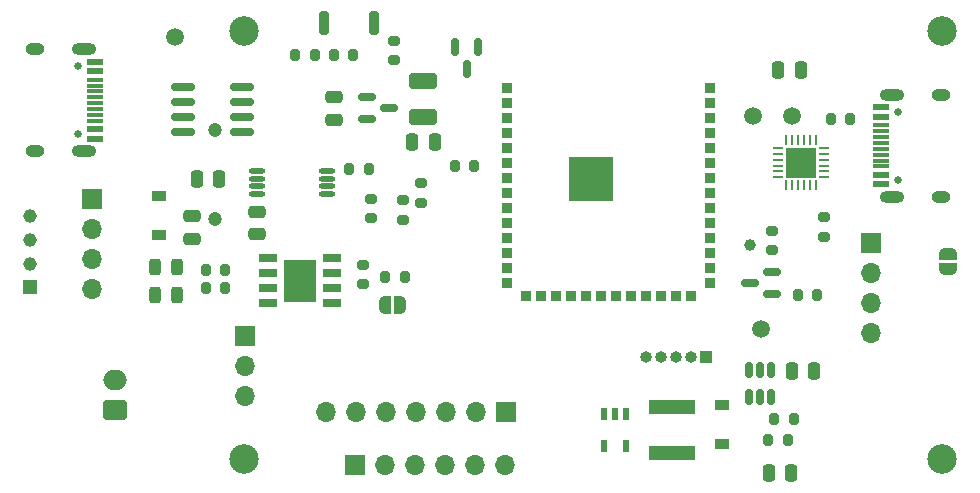
<source format=gts>
G04 #@! TF.GenerationSoftware,KiCad,Pcbnew,6.0.8-f2edbf62ab~116~ubuntu20.04.1*
G04 #@! TF.CreationDate,2022-10-06T18:38:35+02:00*
G04 #@! TF.ProjectId,IT8951-HAT,49543839-3531-42d4-9841-542e6b696361,v1.2*
G04 #@! TF.SameCoordinates,Original*
G04 #@! TF.FileFunction,Soldermask,Top*
G04 #@! TF.FilePolarity,Negative*
%FSLAX46Y46*%
G04 Gerber Fmt 4.6, Leading zero omitted, Abs format (unit mm)*
G04 Created by KiCad (PCBNEW 6.0.8-f2edbf62ab~116~ubuntu20.04.1) date 2022-10-06 18:38:35*
%MOMM*%
%LPD*%
G01*
G04 APERTURE LIST*
G04 Aperture macros list*
%AMRoundRect*
0 Rectangle with rounded corners*
0 $1 Rounding radius*
0 $2 $3 $4 $5 $6 $7 $8 $9 X,Y pos of 4 corners*
0 Add a 4 corners polygon primitive as box body*
4,1,4,$2,$3,$4,$5,$6,$7,$8,$9,$2,$3,0*
0 Add four circle primitives for the rounded corners*
1,1,$1+$1,$2,$3*
1,1,$1+$1,$4,$5*
1,1,$1+$1,$6,$7*
1,1,$1+$1,$8,$9*
0 Add four rect primitives between the rounded corners*
20,1,$1+$1,$2,$3,$4,$5,0*
20,1,$1+$1,$4,$5,$6,$7,0*
20,1,$1+$1,$6,$7,$8,$9,0*
20,1,$1+$1,$8,$9,$2,$3,0*%
%AMFreePoly0*
4,1,22,0.500000,-0.750000,0.000000,-0.750000,0.000000,-0.745033,-0.079941,-0.743568,-0.215256,-0.701293,-0.333266,-0.622738,-0.424486,-0.514219,-0.481581,-0.384460,-0.499164,-0.250000,-0.500000,-0.250000,-0.500000,0.250000,-0.499164,0.250000,-0.499963,0.256109,-0.478152,0.396186,-0.417904,0.524511,-0.324060,0.630769,-0.204165,0.706417,-0.067858,0.745374,0.000000,0.744959,0.000000,0.750000,
0.500000,0.750000,0.500000,-0.750000,0.500000,-0.750000,$1*%
%AMFreePoly1*
4,1,20,0.000000,0.744959,0.073905,0.744508,0.209726,0.703889,0.328688,0.626782,0.421226,0.519385,0.479903,0.390333,0.500000,0.250000,0.500000,-0.250000,0.499851,-0.262216,0.476331,-0.402017,0.414519,-0.529596,0.319384,-0.634700,0.198574,-0.708877,0.061801,-0.746166,0.000000,-0.745033,0.000000,-0.750000,-0.500000,-0.750000,-0.500000,0.750000,0.000000,0.750000,0.000000,0.744959,
0.000000,0.744959,$1*%
G04 Aperture macros list end*
%ADD10R,1.500000X0.650000*%
%ADD11R,2.700000X3.600000*%
%ADD12RoundRect,0.250000X-0.475000X0.250000X-0.475000X-0.250000X0.475000X-0.250000X0.475000X0.250000X0*%
%ADD13RoundRect,0.150000X-0.150000X0.587500X-0.150000X-0.587500X0.150000X-0.587500X0.150000X0.587500X0*%
%ADD14R,1.200000X0.900000*%
%ADD15FreePoly0,180.000000*%
%ADD16FreePoly1,180.000000*%
%ADD17RoundRect,0.250000X0.925000X-0.412500X0.925000X0.412500X-0.925000X0.412500X-0.925000X-0.412500X0*%
%ADD18RoundRect,0.250000X-0.250000X-0.475000X0.250000X-0.475000X0.250000X0.475000X-0.250000X0.475000X0*%
%ADD19C,1.500000*%
%ADD20RoundRect,0.200000X0.200000X0.275000X-0.200000X0.275000X-0.200000X-0.275000X0.200000X-0.275000X0*%
%ADD21R,1.700000X1.700000*%
%ADD22O,1.700000X1.700000*%
%ADD23R,4.013200X1.257300*%
%ADD24C,1.000000*%
%ADD25RoundRect,0.200000X-0.200000X-0.275000X0.200000X-0.275000X0.200000X0.275000X-0.200000X0.275000X0*%
%ADD26RoundRect,0.243750X-0.243750X-0.456250X0.243750X-0.456250X0.243750X0.456250X-0.243750X0.456250X0*%
%ADD27RoundRect,0.150000X0.825000X0.150000X-0.825000X0.150000X-0.825000X-0.150000X0.825000X-0.150000X0*%
%ADD28C,2.500000*%
%ADD29RoundRect,0.250000X0.750000X-0.600000X0.750000X0.600000X-0.750000X0.600000X-0.750000X-0.600000X0*%
%ADD30O,2.000000X1.700000*%
%ADD31R,0.838200X0.889000*%
%ADD32R,0.889000X0.838200*%
%ADD33R,3.708400X3.708400*%
%ADD34RoundRect,0.150000X0.587500X0.150000X-0.587500X0.150000X-0.587500X-0.150000X0.587500X-0.150000X0*%
%ADD35O,1.400000X0.449999*%
%ADD36R,1.000000X1.000000*%
%ADD37O,1.000000X1.000000*%
%ADD38R,0.500000X1.005599*%
%ADD39FreePoly0,90.000000*%
%ADD40FreePoly1,90.000000*%
%ADD41C,0.650000*%
%ADD42R,1.450000X0.600000*%
%ADD43R,1.450000X0.300000*%
%ADD44O,2.100000X1.000000*%
%ADD45O,1.600000X1.000000*%
%ADD46RoundRect,0.200000X0.275000X-0.200000X0.275000X0.200000X-0.275000X0.200000X-0.275000X-0.200000X0*%
%ADD47RoundRect,0.062500X0.350000X0.062500X-0.350000X0.062500X-0.350000X-0.062500X0.350000X-0.062500X0*%
%ADD48RoundRect,0.062500X0.062500X0.350000X-0.062500X0.350000X-0.062500X-0.350000X0.062500X-0.350000X0*%
%ADD49R,2.600000X2.600000*%
%ADD50RoundRect,0.250000X0.250000X0.475000X-0.250000X0.475000X-0.250000X-0.475000X0.250000X-0.475000X0*%
%ADD51RoundRect,0.200000X-0.200000X-0.800000X0.200000X-0.800000X0.200000X0.800000X-0.200000X0.800000X0*%
%ADD52RoundRect,0.150000X-0.587500X-0.150000X0.587500X-0.150000X0.587500X0.150000X-0.587500X0.150000X0*%
%ADD53RoundRect,0.200000X-0.275000X0.200000X-0.275000X-0.200000X0.275000X-0.200000X0.275000X0.200000X0*%
%ADD54R,1.150000X1.150000*%
%ADD55C,1.150000*%
%ADD56RoundRect,0.150000X0.150000X-0.512500X0.150000X0.512500X-0.150000X0.512500X-0.150000X-0.512500X0*%
%ADD57RoundRect,0.250000X0.475000X-0.250000X0.475000X0.250000X-0.475000X0.250000X-0.475000X-0.250000X0*%
%ADD58C,1.200000*%
G04 APERTURE END LIST*
D10*
X100425000Y-73405000D03*
X100425000Y-72135000D03*
X100425000Y-70865000D03*
X100425000Y-69595000D03*
X95025000Y-69595000D03*
X95025000Y-70865000D03*
X95025000Y-72135000D03*
X95025000Y-73405000D03*
D11*
X97725000Y-71500000D03*
D12*
X88600000Y-66050000D03*
X88600000Y-67950000D03*
D13*
X112775000Y-51687500D03*
X110875000Y-51687500D03*
X111825000Y-53562500D03*
D14*
X85800000Y-67625000D03*
X85800000Y-64325000D03*
D15*
X106225000Y-73550000D03*
D16*
X104925000Y-73550000D03*
D17*
X108175000Y-57662500D03*
X108175000Y-54587500D03*
D18*
X139350000Y-79125000D03*
X141250000Y-79125000D03*
D19*
X139350000Y-57525000D03*
D20*
X102250000Y-52350000D03*
X100600000Y-52350000D03*
X141500000Y-72675000D03*
X139850000Y-72675000D03*
D18*
X89000000Y-62875000D03*
X90900000Y-62875000D03*
D21*
X93025000Y-76200000D03*
D22*
X93025000Y-78740000D03*
X93025000Y-81280000D03*
D23*
X129225000Y-82175150D03*
X129225000Y-86124850D03*
D24*
X135825000Y-68475000D03*
D25*
X137375000Y-85025000D03*
X139025000Y-85025000D03*
D14*
X133450000Y-85300000D03*
X133450000Y-82000000D03*
D20*
X144325000Y-57800000D03*
X142675000Y-57800000D03*
D21*
X115125000Y-82600000D03*
D22*
X112585000Y-82600000D03*
X110045000Y-82600000D03*
X107505000Y-82600000D03*
X104965000Y-82600000D03*
X102425000Y-82600000D03*
X99885000Y-82600000D03*
D26*
X85412500Y-70375000D03*
X87287500Y-70375000D03*
D27*
X92800000Y-58930000D03*
X92800000Y-57660000D03*
X92800000Y-56390000D03*
X92800000Y-55120000D03*
X87850000Y-55120000D03*
X87850000Y-56390000D03*
X87850000Y-57660000D03*
X87850000Y-58930000D03*
D18*
X107225000Y-59750000D03*
X109125000Y-59750000D03*
D19*
X136750000Y-75625000D03*
D28*
X152075000Y-50375000D03*
D29*
X82082500Y-82425000D03*
D30*
X82082500Y-79925000D03*
D25*
X137875000Y-83175000D03*
X139525000Y-83175000D03*
D26*
X85412500Y-72725000D03*
X87287500Y-72725000D03*
D25*
X101900000Y-62025000D03*
X103550000Y-62025000D03*
D31*
X115269100Y-55196300D03*
X115269100Y-56466300D03*
X115269100Y-57736300D03*
X115269100Y-59006300D03*
X115269100Y-60276300D03*
X115269100Y-61546300D03*
X115269100Y-62816300D03*
X115269100Y-64086300D03*
X115269100Y-65356300D03*
X115269100Y-66626300D03*
X115269100Y-67896300D03*
X115269100Y-69166300D03*
X115269100Y-70436300D03*
X115269100Y-71706300D03*
D32*
X116865000Y-72780900D03*
X118135000Y-72780900D03*
X119405000Y-72780900D03*
X120675000Y-72780900D03*
X121945000Y-72780900D03*
X123215000Y-72780900D03*
X124485000Y-72780900D03*
X125755000Y-72780900D03*
X127025000Y-72780900D03*
X128295000Y-72780900D03*
X129565000Y-72780900D03*
X130835000Y-72780900D03*
D31*
X132430900Y-71706300D03*
X132430900Y-70436300D03*
X132430900Y-69166300D03*
X132430900Y-67896300D03*
X132430900Y-66626300D03*
X132430900Y-65356300D03*
X132430900Y-64086300D03*
X132430900Y-62816300D03*
X132430900Y-61546300D03*
X132430900Y-60276300D03*
X132430900Y-59006300D03*
X132430900Y-57736300D03*
X132430900Y-56466300D03*
X132430900Y-55196300D03*
D33*
X122354301Y-62910800D03*
D34*
X137687500Y-72650000D03*
X137687500Y-70750000D03*
X135812500Y-71700000D03*
D35*
X100000002Y-64149999D03*
X100000002Y-63499998D03*
X100000002Y-62849999D03*
X100000002Y-62199998D03*
X94100001Y-62199998D03*
X94100001Y-62849999D03*
X94100001Y-63499998D03*
X94100001Y-64149999D03*
D19*
X136075000Y-57525000D03*
D21*
X80150000Y-64575000D03*
D22*
X80150000Y-67115000D03*
X80150000Y-69655000D03*
X80150000Y-72195000D03*
D36*
X132100000Y-77950000D03*
D37*
X130830000Y-77950000D03*
X129560000Y-77950000D03*
X128290000Y-77950000D03*
X127020000Y-77950000D03*
D38*
X125350001Y-82797201D03*
X124400000Y-82797201D03*
X123449999Y-82797201D03*
X123449999Y-85502799D03*
X125350001Y-85502799D03*
D28*
X92950000Y-86550000D03*
D20*
X106575000Y-71200000D03*
X104925000Y-71200000D03*
D39*
X152575000Y-70500000D03*
D40*
X152575000Y-69200000D03*
D41*
X78945000Y-59110000D03*
X78945000Y-53330000D03*
D42*
X80390000Y-52970000D03*
X80390000Y-53770000D03*
D43*
X80390000Y-54970000D03*
X80390000Y-55970000D03*
X80390000Y-56470000D03*
X80390000Y-57470000D03*
D42*
X80390000Y-58670000D03*
X80390000Y-59470000D03*
X80390000Y-59470000D03*
X80390000Y-58670000D03*
D43*
X80390000Y-57970000D03*
X80390000Y-56970000D03*
X80390000Y-55470000D03*
X80390000Y-54470000D03*
D42*
X80390000Y-53770000D03*
X80390000Y-52970000D03*
D44*
X79475000Y-51900000D03*
D45*
X75295000Y-60540000D03*
D44*
X79475000Y-60540000D03*
D45*
X75295000Y-51900000D03*
D46*
X106425000Y-66325000D03*
X106425000Y-64675000D03*
D47*
X142087500Y-62745000D03*
X142087500Y-62245000D03*
X142087500Y-61745000D03*
X142087500Y-61245000D03*
X142087500Y-60745000D03*
X142087500Y-60245000D03*
D48*
X141400000Y-59557500D03*
X140900000Y-59557500D03*
X140400000Y-59557500D03*
X139900000Y-59557500D03*
X139400000Y-59557500D03*
X138900000Y-59557500D03*
D47*
X138212500Y-60245000D03*
X138212500Y-60745000D03*
X138212500Y-61245000D03*
X138212500Y-61745000D03*
X138212500Y-62245000D03*
X138212500Y-62745000D03*
D48*
X138900000Y-63432500D03*
X139400000Y-63432500D03*
X139900000Y-63432500D03*
X140400000Y-63432500D03*
X140900000Y-63432500D03*
X141400000Y-63432500D03*
D49*
X140150000Y-61495000D03*
D50*
X139325000Y-87750000D03*
X137425000Y-87750000D03*
D46*
X105650000Y-52850000D03*
X105650000Y-51200000D03*
D41*
X148350000Y-62965000D03*
X148350000Y-57185000D03*
D42*
X146905000Y-63325000D03*
X146905000Y-62525000D03*
D43*
X146905000Y-61325000D03*
X146905000Y-60325000D03*
X146905000Y-59825000D03*
X146905000Y-58825000D03*
D42*
X146905000Y-57625000D03*
X146905000Y-56825000D03*
X146905000Y-56825000D03*
X146905000Y-57625000D03*
D43*
X146905000Y-58325000D03*
X146905000Y-59325000D03*
X146905000Y-60825000D03*
X146905000Y-61825000D03*
D42*
X146905000Y-62525000D03*
X146905000Y-63325000D03*
D44*
X147820000Y-55755000D03*
X147820000Y-64395000D03*
D45*
X152000000Y-55755000D03*
X152000000Y-64395000D03*
D51*
X99775000Y-49675000D03*
X103975000Y-49675000D03*
D46*
X137675000Y-68925000D03*
X137675000Y-67275000D03*
D21*
X102375000Y-87125000D03*
D22*
X104915000Y-87125000D03*
X107455000Y-87125000D03*
X109995000Y-87125000D03*
X112535000Y-87125000D03*
X115075000Y-87125000D03*
D25*
X110825000Y-61825000D03*
X112475000Y-61825000D03*
D46*
X103075000Y-71800000D03*
X103075000Y-70150000D03*
D25*
X89750000Y-70600000D03*
X91400000Y-70600000D03*
D52*
X103412500Y-55925000D03*
X103412500Y-57825000D03*
X105287500Y-56875000D03*
D53*
X142050000Y-66125000D03*
X142050000Y-67775000D03*
D19*
X87100000Y-50850000D03*
D54*
X74875000Y-72044989D03*
D55*
X74875000Y-70044988D03*
X74875000Y-68044989D03*
X74875000Y-66044988D03*
D53*
X103750000Y-64575000D03*
X103750000Y-66225000D03*
D25*
X89750000Y-72150000D03*
X91400000Y-72150000D03*
D56*
X135700000Y-81332500D03*
X136650000Y-81332500D03*
X137600000Y-81332500D03*
X137600000Y-79057500D03*
X136650000Y-79057500D03*
X135700000Y-79057500D03*
D20*
X98975000Y-52350000D03*
X97325000Y-52350000D03*
D46*
X107950000Y-64875000D03*
X107950000Y-63225000D03*
D57*
X100575000Y-57850000D03*
X100575000Y-55950000D03*
D28*
X152075000Y-86550000D03*
D50*
X140125000Y-53625000D03*
X138225000Y-53625000D03*
D57*
X94075000Y-67550000D03*
X94075000Y-65650000D03*
D21*
X146100000Y-68325000D03*
D22*
X146100000Y-70865000D03*
X146100000Y-73405000D03*
X146100000Y-75945000D03*
D28*
X92950000Y-50375000D03*
D58*
X90500000Y-66260000D03*
X90500000Y-58760000D03*
M02*

</source>
